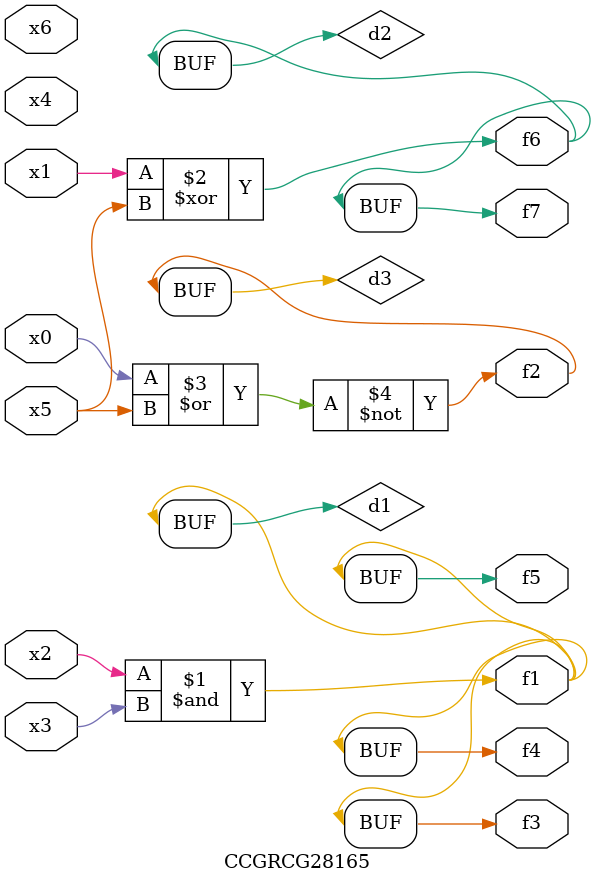
<source format=v>
module CCGRCG28165(
	input x0, x1, x2, x3, x4, x5, x6,
	output f1, f2, f3, f4, f5, f6, f7
);

	wire d1, d2, d3;

	and (d1, x2, x3);
	xor (d2, x1, x5);
	nor (d3, x0, x5);
	assign f1 = d1;
	assign f2 = d3;
	assign f3 = d1;
	assign f4 = d1;
	assign f5 = d1;
	assign f6 = d2;
	assign f7 = d2;
endmodule

</source>
